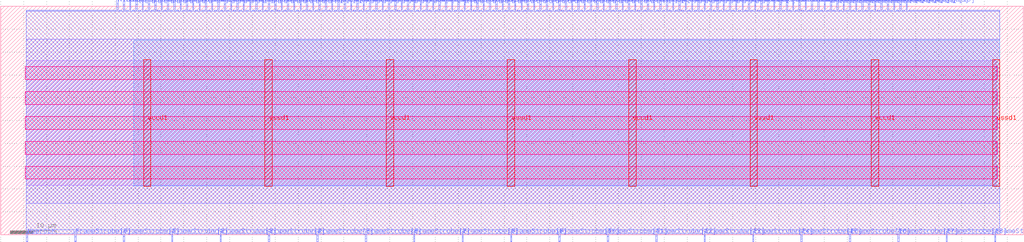
<source format=lef>
VERSION 5.7 ;
  NOWIREEXTENSIONATPIN ON ;
  DIVIDERCHAR "/" ;
  BUSBITCHARS "[]" ;
MACRO S_term_single
  CLASS BLOCK ;
  FOREIGN S_term_single ;
  ORIGIN 0.000 0.000 ;
  SIZE 223.500 BY 50.000 ;
  PIN Co
    DIRECTION OUTPUT TRISTATE ;
    USE SIGNAL ;
    PORT
      LAYER met2 ;
        RECT 170.290 49.200 170.570 51.500 ;
    END
  END Co
  PIN FrameStrobe[0]
    DIRECTION INPUT ;
    USE SIGNAL ;
    ANTENNAGATEAREA 0.126000 ;
    PORT
      LAYER met2 ;
        RECT 16.190 -1.500 16.470 0.800 ;
    END
  END FrameStrobe[0]
  PIN FrameStrobe[10]
    DIRECTION INPUT ;
    USE SIGNAL ;
    ANTENNAGATEAREA 0.196500 ;
    PORT
      LAYER met2 ;
        RECT 121.990 -1.500 122.270 0.800 ;
    END
  END FrameStrobe[10]
  PIN FrameStrobe[11]
    DIRECTION INPUT ;
    USE SIGNAL ;
    ANTENNAGATEAREA 0.196500 ;
    PORT
      LAYER met2 ;
        RECT 132.570 -1.500 132.850 0.800 ;
    END
  END FrameStrobe[11]
  PIN FrameStrobe[12]
    DIRECTION INPUT ;
    USE SIGNAL ;
    ANTENNAGATEAREA 0.196500 ;
    PORT
      LAYER met2 ;
        RECT 143.150 -1.500 143.430 0.800 ;
    END
  END FrameStrobe[12]
  PIN FrameStrobe[13]
    DIRECTION INPUT ;
    USE SIGNAL ;
    ANTENNAGATEAREA 0.196500 ;
    PORT
      LAYER met2 ;
        RECT 153.730 -1.500 154.010 0.800 ;
    END
  END FrameStrobe[13]
  PIN FrameStrobe[14]
    DIRECTION INPUT ;
    USE SIGNAL ;
    ANTENNAGATEAREA 0.196500 ;
    PORT
      LAYER met2 ;
        RECT 164.310 -1.500 164.590 0.800 ;
    END
  END FrameStrobe[14]
  PIN FrameStrobe[15]
    DIRECTION INPUT ;
    USE SIGNAL ;
    ANTENNAGATEAREA 0.196500 ;
    PORT
      LAYER met2 ;
        RECT 174.890 -1.500 175.170 0.800 ;
    END
  END FrameStrobe[15]
  PIN FrameStrobe[16]
    DIRECTION INPUT ;
    USE SIGNAL ;
    ANTENNAGATEAREA 0.196500 ;
    PORT
      LAYER met2 ;
        RECT 185.470 -1.500 185.750 0.800 ;
    END
  END FrameStrobe[16]
  PIN FrameStrobe[17]
    DIRECTION INPUT ;
    USE SIGNAL ;
    ANTENNAGATEAREA 0.196500 ;
    PORT
      LAYER met2 ;
        RECT 196.050 -1.500 196.330 0.800 ;
    END
  END FrameStrobe[17]
  PIN FrameStrobe[18]
    DIRECTION INPUT ;
    USE SIGNAL ;
    ANTENNAGATEAREA 0.196500 ;
    PORT
      LAYER met2 ;
        RECT 206.630 -1.500 206.910 0.800 ;
    END
  END FrameStrobe[18]
  PIN FrameStrobe[19]
    DIRECTION INPUT ;
    USE SIGNAL ;
    ANTENNAGATEAREA 0.196500 ;
    PORT
      LAYER met2 ;
        RECT 217.210 -1.500 217.490 0.800 ;
    END
  END FrameStrobe[19]
  PIN FrameStrobe[1]
    DIRECTION INPUT ;
    USE SIGNAL ;
    ANTENNAGATEAREA 0.196500 ;
    PORT
      LAYER met2 ;
        RECT 26.770 -1.500 27.050 0.800 ;
    END
  END FrameStrobe[1]
  PIN FrameStrobe[2]
    DIRECTION INPUT ;
    USE SIGNAL ;
    ANTENNAGATEAREA 0.196500 ;
    PORT
      LAYER met2 ;
        RECT 37.350 -1.500 37.630 0.800 ;
    END
  END FrameStrobe[2]
  PIN FrameStrobe[3]
    DIRECTION INPUT ;
    USE SIGNAL ;
    ANTENNAGATEAREA 0.196500 ;
    PORT
      LAYER met2 ;
        RECT 47.930 -1.500 48.210 0.800 ;
    END
  END FrameStrobe[3]
  PIN FrameStrobe[4]
    DIRECTION INPUT ;
    USE SIGNAL ;
    ANTENNAGATEAREA 0.196500 ;
    PORT
      LAYER met2 ;
        RECT 58.510 -1.500 58.790 0.800 ;
    END
  END FrameStrobe[4]
  PIN FrameStrobe[5]
    DIRECTION INPUT ;
    USE SIGNAL ;
    ANTENNAGATEAREA 0.196500 ;
    PORT
      LAYER met2 ;
        RECT 69.090 -1.500 69.370 0.800 ;
    END
  END FrameStrobe[5]
  PIN FrameStrobe[6]
    DIRECTION INPUT ;
    USE SIGNAL ;
    ANTENNAGATEAREA 0.196500 ;
    PORT
      LAYER met2 ;
        RECT 79.670 -1.500 79.950 0.800 ;
    END
  END FrameStrobe[6]
  PIN FrameStrobe[7]
    DIRECTION INPUT ;
    USE SIGNAL ;
    ANTENNAGATEAREA 0.196500 ;
    PORT
      LAYER met2 ;
        RECT 90.250 -1.500 90.530 0.800 ;
    END
  END FrameStrobe[7]
  PIN FrameStrobe[8]
    DIRECTION INPUT ;
    USE SIGNAL ;
    ANTENNAGATEAREA 0.196500 ;
    PORT
      LAYER met2 ;
        RECT 100.830 -1.500 101.110 0.800 ;
    END
  END FrameStrobe[8]
  PIN FrameStrobe[9]
    DIRECTION INPUT ;
    USE SIGNAL ;
    ANTENNAGATEAREA 0.196500 ;
    PORT
      LAYER met2 ;
        RECT 111.410 -1.500 111.690 0.800 ;
    END
  END FrameStrobe[9]
  PIN FrameStrobe_O[0]
    DIRECTION OUTPUT TRISTATE ;
    USE SIGNAL ;
    ANTENNADIFFAREA 0.795200 ;
    PORT
      LAYER met2 ;
        RECT 171.670 49.200 171.950 51.500 ;
    END
  END FrameStrobe_O[0]
  PIN FrameStrobe_O[10]
    DIRECTION OUTPUT TRISTATE ;
    USE SIGNAL ;
    ANTENNADIFFAREA 0.795200 ;
    PORT
      LAYER met2 ;
        RECT 185.470 49.200 185.750 51.500 ;
    END
  END FrameStrobe_O[10]
  PIN FrameStrobe_O[11]
    DIRECTION OUTPUT TRISTATE ;
    USE SIGNAL ;
    ANTENNADIFFAREA 0.795200 ;
    PORT
      LAYER met2 ;
        RECT 186.850 49.200 187.130 51.500 ;
    END
  END FrameStrobe_O[11]
  PIN FrameStrobe_O[12]
    DIRECTION OUTPUT TRISTATE ;
    USE SIGNAL ;
    ANTENNADIFFAREA 0.795200 ;
    PORT
      LAYER met2 ;
        RECT 188.230 49.200 188.510 51.500 ;
    END
  END FrameStrobe_O[12]
  PIN FrameStrobe_O[13]
    DIRECTION OUTPUT TRISTATE ;
    USE SIGNAL ;
    ANTENNADIFFAREA 0.795200 ;
    PORT
      LAYER met2 ;
        RECT 189.610 49.200 189.890 51.500 ;
    END
  END FrameStrobe_O[13]
  PIN FrameStrobe_O[14]
    DIRECTION OUTPUT TRISTATE ;
    USE SIGNAL ;
    ANTENNADIFFAREA 0.795200 ;
    PORT
      LAYER met2 ;
        RECT 190.990 49.200 191.270 51.500 ;
    END
  END FrameStrobe_O[14]
  PIN FrameStrobe_O[15]
    DIRECTION OUTPUT TRISTATE ;
    USE SIGNAL ;
    ANTENNADIFFAREA 0.795200 ;
    PORT
      LAYER met2 ;
        RECT 192.370 49.200 192.650 51.500 ;
    END
  END FrameStrobe_O[15]
  PIN FrameStrobe_O[16]
    DIRECTION OUTPUT TRISTATE ;
    USE SIGNAL ;
    ANTENNADIFFAREA 0.795200 ;
    PORT
      LAYER met2 ;
        RECT 193.750 49.200 194.030 51.500 ;
    END
  END FrameStrobe_O[16]
  PIN FrameStrobe_O[17]
    DIRECTION OUTPUT TRISTATE ;
    USE SIGNAL ;
    ANTENNADIFFAREA 0.795200 ;
    PORT
      LAYER met2 ;
        RECT 195.130 49.200 195.410 51.500 ;
    END
  END FrameStrobe_O[17]
  PIN FrameStrobe_O[18]
    DIRECTION OUTPUT TRISTATE ;
    USE SIGNAL ;
    ANTENNADIFFAREA 0.795200 ;
    PORT
      LAYER met2 ;
        RECT 196.510 49.200 196.790 51.500 ;
    END
  END FrameStrobe_O[18]
  PIN FrameStrobe_O[19]
    DIRECTION OUTPUT TRISTATE ;
    USE SIGNAL ;
    ANTENNADIFFAREA 0.795200 ;
    PORT
      LAYER met2 ;
        RECT 197.890 49.200 198.170 51.500 ;
    END
  END FrameStrobe_O[19]
  PIN FrameStrobe_O[1]
    DIRECTION OUTPUT TRISTATE ;
    USE SIGNAL ;
    ANTENNADIFFAREA 0.795200 ;
    PORT
      LAYER met2 ;
        RECT 173.050 49.200 173.330 51.500 ;
    END
  END FrameStrobe_O[1]
  PIN FrameStrobe_O[2]
    DIRECTION OUTPUT TRISTATE ;
    USE SIGNAL ;
    ANTENNADIFFAREA 0.795200 ;
    PORT
      LAYER met2 ;
        RECT 174.430 49.200 174.710 51.500 ;
    END
  END FrameStrobe_O[2]
  PIN FrameStrobe_O[3]
    DIRECTION OUTPUT TRISTATE ;
    USE SIGNAL ;
    ANTENNADIFFAREA 0.795200 ;
    PORT
      LAYER met2 ;
        RECT 175.810 49.200 176.090 51.500 ;
    END
  END FrameStrobe_O[3]
  PIN FrameStrobe_O[4]
    DIRECTION OUTPUT TRISTATE ;
    USE SIGNAL ;
    ANTENNADIFFAREA 0.795200 ;
    PORT
      LAYER met2 ;
        RECT 177.190 49.200 177.470 51.500 ;
    END
  END FrameStrobe_O[4]
  PIN FrameStrobe_O[5]
    DIRECTION OUTPUT TRISTATE ;
    USE SIGNAL ;
    ANTENNADIFFAREA 0.795200 ;
    PORT
      LAYER met2 ;
        RECT 178.570 49.200 178.850 51.500 ;
    END
  END FrameStrobe_O[5]
  PIN FrameStrobe_O[6]
    DIRECTION OUTPUT TRISTATE ;
    USE SIGNAL ;
    ANTENNADIFFAREA 0.795200 ;
    PORT
      LAYER met2 ;
        RECT 179.950 49.200 180.230 51.500 ;
    END
  END FrameStrobe_O[6]
  PIN FrameStrobe_O[7]
    DIRECTION OUTPUT TRISTATE ;
    USE SIGNAL ;
    ANTENNADIFFAREA 0.795200 ;
    PORT
      LAYER met2 ;
        RECT 181.330 49.200 181.610 51.500 ;
    END
  END FrameStrobe_O[7]
  PIN FrameStrobe_O[8]
    DIRECTION OUTPUT TRISTATE ;
    USE SIGNAL ;
    ANTENNADIFFAREA 0.795200 ;
    PORT
      LAYER met2 ;
        RECT 182.710 49.200 182.990 51.500 ;
    END
  END FrameStrobe_O[8]
  PIN FrameStrobe_O[9]
    DIRECTION OUTPUT TRISTATE ;
    USE SIGNAL ;
    ANTENNADIFFAREA 0.795200 ;
    PORT
      LAYER met2 ;
        RECT 184.090 49.200 184.370 51.500 ;
    END
  END FrameStrobe_O[9]
  PIN N1BEG[0]
    DIRECTION OUTPUT TRISTATE ;
    USE SIGNAL ;
    ANTENNADIFFAREA 0.795200 ;
    PORT
      LAYER met2 ;
        RECT 25.390 49.200 25.670 51.500 ;
    END
  END N1BEG[0]
  PIN N1BEG[1]
    DIRECTION OUTPUT TRISTATE ;
    USE SIGNAL ;
    ANTENNADIFFAREA 0.795200 ;
    PORT
      LAYER met2 ;
        RECT 26.770 49.200 27.050 51.500 ;
    END
  END N1BEG[1]
  PIN N1BEG[2]
    DIRECTION OUTPUT TRISTATE ;
    USE SIGNAL ;
    ANTENNADIFFAREA 0.795200 ;
    PORT
      LAYER met2 ;
        RECT 28.150 49.200 28.430 51.500 ;
    END
  END N1BEG[2]
  PIN N1BEG[3]
    DIRECTION OUTPUT TRISTATE ;
    USE SIGNAL ;
    ANTENNADIFFAREA 0.795200 ;
    PORT
      LAYER met2 ;
        RECT 29.530 49.200 29.810 51.500 ;
    END
  END N1BEG[3]
  PIN N2BEG[0]
    DIRECTION OUTPUT TRISTATE ;
    USE SIGNAL ;
    ANTENNADIFFAREA 0.795200 ;
    PORT
      LAYER met2 ;
        RECT 30.910 49.200 31.190 51.500 ;
    END
  END N2BEG[0]
  PIN N2BEG[1]
    DIRECTION OUTPUT TRISTATE ;
    USE SIGNAL ;
    ANTENNADIFFAREA 0.795200 ;
    PORT
      LAYER met2 ;
        RECT 32.290 49.200 32.570 51.500 ;
    END
  END N2BEG[1]
  PIN N2BEG[2]
    DIRECTION OUTPUT TRISTATE ;
    USE SIGNAL ;
    ANTENNADIFFAREA 0.795200 ;
    PORT
      LAYER met2 ;
        RECT 33.670 49.200 33.950 51.500 ;
    END
  END N2BEG[2]
  PIN N2BEG[3]
    DIRECTION OUTPUT TRISTATE ;
    USE SIGNAL ;
    ANTENNADIFFAREA 0.795200 ;
    PORT
      LAYER met2 ;
        RECT 35.050 49.200 35.330 51.500 ;
    END
  END N2BEG[3]
  PIN N2BEG[4]
    DIRECTION OUTPUT TRISTATE ;
    USE SIGNAL ;
    ANTENNADIFFAREA 0.795200 ;
    PORT
      LAYER met2 ;
        RECT 36.430 49.200 36.710 51.500 ;
    END
  END N2BEG[4]
  PIN N2BEG[5]
    DIRECTION OUTPUT TRISTATE ;
    USE SIGNAL ;
    ANTENNADIFFAREA 0.795200 ;
    PORT
      LAYER met2 ;
        RECT 37.810 49.200 38.090 51.500 ;
    END
  END N2BEG[5]
  PIN N2BEG[6]
    DIRECTION OUTPUT TRISTATE ;
    USE SIGNAL ;
    ANTENNADIFFAREA 0.795200 ;
    PORT
      LAYER met2 ;
        RECT 39.190 49.200 39.470 51.500 ;
    END
  END N2BEG[6]
  PIN N2BEG[7]
    DIRECTION OUTPUT TRISTATE ;
    USE SIGNAL ;
    ANTENNADIFFAREA 0.795200 ;
    PORT
      LAYER met2 ;
        RECT 40.570 49.200 40.850 51.500 ;
    END
  END N2BEG[7]
  PIN N2BEGb[0]
    DIRECTION OUTPUT TRISTATE ;
    USE SIGNAL ;
    ANTENNADIFFAREA 0.795200 ;
    PORT
      LAYER met2 ;
        RECT 41.950 49.200 42.230 51.500 ;
    END
  END N2BEGb[0]
  PIN N2BEGb[1]
    DIRECTION OUTPUT TRISTATE ;
    USE SIGNAL ;
    ANTENNADIFFAREA 0.795200 ;
    PORT
      LAYER met2 ;
        RECT 43.330 49.200 43.610 51.500 ;
    END
  END N2BEGb[1]
  PIN N2BEGb[2]
    DIRECTION OUTPUT TRISTATE ;
    USE SIGNAL ;
    ANTENNADIFFAREA 0.795200 ;
    PORT
      LAYER met2 ;
        RECT 44.710 49.200 44.990 51.500 ;
    END
  END N2BEGb[2]
  PIN N2BEGb[3]
    DIRECTION OUTPUT TRISTATE ;
    USE SIGNAL ;
    ANTENNADIFFAREA 0.795200 ;
    PORT
      LAYER met2 ;
        RECT 46.090 49.200 46.370 51.500 ;
    END
  END N2BEGb[3]
  PIN N2BEGb[4]
    DIRECTION OUTPUT TRISTATE ;
    USE SIGNAL ;
    ANTENNADIFFAREA 0.795200 ;
    PORT
      LAYER met2 ;
        RECT 47.470 49.200 47.750 51.500 ;
    END
  END N2BEGb[4]
  PIN N2BEGb[5]
    DIRECTION OUTPUT TRISTATE ;
    USE SIGNAL ;
    ANTENNADIFFAREA 0.795200 ;
    PORT
      LAYER met2 ;
        RECT 48.850 49.200 49.130 51.500 ;
    END
  END N2BEGb[5]
  PIN N2BEGb[6]
    DIRECTION OUTPUT TRISTATE ;
    USE SIGNAL ;
    ANTENNADIFFAREA 0.795200 ;
    PORT
      LAYER met2 ;
        RECT 50.230 49.200 50.510 51.500 ;
    END
  END N2BEGb[6]
  PIN N2BEGb[7]
    DIRECTION OUTPUT TRISTATE ;
    USE SIGNAL ;
    ANTENNADIFFAREA 0.795200 ;
    PORT
      LAYER met2 ;
        RECT 51.610 49.200 51.890 51.500 ;
    END
  END N2BEGb[7]
  PIN N4BEG[0]
    DIRECTION OUTPUT TRISTATE ;
    USE SIGNAL ;
    ANTENNADIFFAREA 0.795200 ;
    PORT
      LAYER met2 ;
        RECT 52.990 49.200 53.270 51.500 ;
    END
  END N4BEG[0]
  PIN N4BEG[10]
    DIRECTION OUTPUT TRISTATE ;
    USE SIGNAL ;
    ANTENNADIFFAREA 0.795200 ;
    PORT
      LAYER met2 ;
        RECT 66.790 49.200 67.070 51.500 ;
    END
  END N4BEG[10]
  PIN N4BEG[11]
    DIRECTION OUTPUT TRISTATE ;
    USE SIGNAL ;
    ANTENNADIFFAREA 0.795200 ;
    PORT
      LAYER met2 ;
        RECT 68.170 49.200 68.450 51.500 ;
    END
  END N4BEG[11]
  PIN N4BEG[12]
    DIRECTION OUTPUT TRISTATE ;
    USE SIGNAL ;
    ANTENNADIFFAREA 0.795200 ;
    PORT
      LAYER met2 ;
        RECT 69.550 49.200 69.830 51.500 ;
    END
  END N4BEG[12]
  PIN N4BEG[13]
    DIRECTION OUTPUT TRISTATE ;
    USE SIGNAL ;
    ANTENNADIFFAREA 0.795200 ;
    PORT
      LAYER met2 ;
        RECT 70.930 49.200 71.210 51.500 ;
    END
  END N4BEG[13]
  PIN N4BEG[14]
    DIRECTION OUTPUT TRISTATE ;
    USE SIGNAL ;
    ANTENNADIFFAREA 0.795200 ;
    PORT
      LAYER met2 ;
        RECT 72.310 49.200 72.590 51.500 ;
    END
  END N4BEG[14]
  PIN N4BEG[15]
    DIRECTION OUTPUT TRISTATE ;
    USE SIGNAL ;
    ANTENNADIFFAREA 0.795200 ;
    PORT
      LAYER met2 ;
        RECT 73.690 49.200 73.970 51.500 ;
    END
  END N4BEG[15]
  PIN N4BEG[1]
    DIRECTION OUTPUT TRISTATE ;
    USE SIGNAL ;
    ANTENNADIFFAREA 0.795200 ;
    PORT
      LAYER met2 ;
        RECT 54.370 49.200 54.650 51.500 ;
    END
  END N4BEG[1]
  PIN N4BEG[2]
    DIRECTION OUTPUT TRISTATE ;
    USE SIGNAL ;
    ANTENNADIFFAREA 0.795200 ;
    PORT
      LAYER met2 ;
        RECT 55.750 49.200 56.030 51.500 ;
    END
  END N4BEG[2]
  PIN N4BEG[3]
    DIRECTION OUTPUT TRISTATE ;
    USE SIGNAL ;
    ANTENNADIFFAREA 0.795200 ;
    PORT
      LAYER met2 ;
        RECT 57.130 49.200 57.410 51.500 ;
    END
  END N4BEG[3]
  PIN N4BEG[4]
    DIRECTION OUTPUT TRISTATE ;
    USE SIGNAL ;
    ANTENNADIFFAREA 0.795200 ;
    PORT
      LAYER met2 ;
        RECT 58.510 49.200 58.790 51.500 ;
    END
  END N4BEG[4]
  PIN N4BEG[5]
    DIRECTION OUTPUT TRISTATE ;
    USE SIGNAL ;
    ANTENNADIFFAREA 0.795200 ;
    PORT
      LAYER met2 ;
        RECT 59.890 49.200 60.170 51.500 ;
    END
  END N4BEG[5]
  PIN N4BEG[6]
    DIRECTION OUTPUT TRISTATE ;
    USE SIGNAL ;
    ANTENNADIFFAREA 0.795200 ;
    PORT
      LAYER met2 ;
        RECT 61.270 49.200 61.550 51.500 ;
    END
  END N4BEG[6]
  PIN N4BEG[7]
    DIRECTION OUTPUT TRISTATE ;
    USE SIGNAL ;
    ANTENNADIFFAREA 0.795200 ;
    PORT
      LAYER met2 ;
        RECT 62.650 49.200 62.930 51.500 ;
    END
  END N4BEG[7]
  PIN N4BEG[8]
    DIRECTION OUTPUT TRISTATE ;
    USE SIGNAL ;
    ANTENNADIFFAREA 0.795200 ;
    PORT
      LAYER met2 ;
        RECT 64.030 49.200 64.310 51.500 ;
    END
  END N4BEG[8]
  PIN N4BEG[9]
    DIRECTION OUTPUT TRISTATE ;
    USE SIGNAL ;
    ANTENNADIFFAREA 0.795200 ;
    PORT
      LAYER met2 ;
        RECT 65.410 49.200 65.690 51.500 ;
    END
  END N4BEG[9]
  PIN NN4BEG[0]
    DIRECTION OUTPUT TRISTATE ;
    USE SIGNAL ;
    ANTENNADIFFAREA 0.795200 ;
    PORT
      LAYER met2 ;
        RECT 75.070 49.200 75.350 51.500 ;
    END
  END NN4BEG[0]
  PIN NN4BEG[10]
    DIRECTION OUTPUT TRISTATE ;
    USE SIGNAL ;
    ANTENNADIFFAREA 0.795200 ;
    PORT
      LAYER met2 ;
        RECT 88.870 49.200 89.150 51.500 ;
    END
  END NN4BEG[10]
  PIN NN4BEG[11]
    DIRECTION OUTPUT TRISTATE ;
    USE SIGNAL ;
    ANTENNADIFFAREA 0.795200 ;
    PORT
      LAYER met2 ;
        RECT 90.250 49.200 90.530 51.500 ;
    END
  END NN4BEG[11]
  PIN NN4BEG[12]
    DIRECTION OUTPUT TRISTATE ;
    USE SIGNAL ;
    ANTENNADIFFAREA 0.795200 ;
    PORT
      LAYER met2 ;
        RECT 91.630 49.200 91.910 51.500 ;
    END
  END NN4BEG[12]
  PIN NN4BEG[13]
    DIRECTION OUTPUT TRISTATE ;
    USE SIGNAL ;
    ANTENNADIFFAREA 0.795200 ;
    PORT
      LAYER met2 ;
        RECT 93.010 49.200 93.290 51.500 ;
    END
  END NN4BEG[13]
  PIN NN4BEG[14]
    DIRECTION OUTPUT TRISTATE ;
    USE SIGNAL ;
    ANTENNADIFFAREA 0.795200 ;
    PORT
      LAYER met2 ;
        RECT 94.390 49.200 94.670 51.500 ;
    END
  END NN4BEG[14]
  PIN NN4BEG[15]
    DIRECTION OUTPUT TRISTATE ;
    USE SIGNAL ;
    ANTENNADIFFAREA 0.795200 ;
    PORT
      LAYER met2 ;
        RECT 95.770 49.200 96.050 51.500 ;
    END
  END NN4BEG[15]
  PIN NN4BEG[1]
    DIRECTION OUTPUT TRISTATE ;
    USE SIGNAL ;
    ANTENNADIFFAREA 0.795200 ;
    PORT
      LAYER met2 ;
        RECT 76.450 49.200 76.730 51.500 ;
    END
  END NN4BEG[1]
  PIN NN4BEG[2]
    DIRECTION OUTPUT TRISTATE ;
    USE SIGNAL ;
    ANTENNADIFFAREA 0.795200 ;
    PORT
      LAYER met2 ;
        RECT 77.830 49.200 78.110 51.500 ;
    END
  END NN4BEG[2]
  PIN NN4BEG[3]
    DIRECTION OUTPUT TRISTATE ;
    USE SIGNAL ;
    ANTENNADIFFAREA 0.795200 ;
    PORT
      LAYER met2 ;
        RECT 79.210 49.200 79.490 51.500 ;
    END
  END NN4BEG[3]
  PIN NN4BEG[4]
    DIRECTION OUTPUT TRISTATE ;
    USE SIGNAL ;
    ANTENNADIFFAREA 0.795200 ;
    PORT
      LAYER met2 ;
        RECT 80.590 49.200 80.870 51.500 ;
    END
  END NN4BEG[4]
  PIN NN4BEG[5]
    DIRECTION OUTPUT TRISTATE ;
    USE SIGNAL ;
    ANTENNADIFFAREA 0.795200 ;
    PORT
      LAYER met2 ;
        RECT 81.970 49.200 82.250 51.500 ;
    END
  END NN4BEG[5]
  PIN NN4BEG[6]
    DIRECTION OUTPUT TRISTATE ;
    USE SIGNAL ;
    ANTENNADIFFAREA 0.795200 ;
    PORT
      LAYER met2 ;
        RECT 83.350 49.200 83.630 51.500 ;
    END
  END NN4BEG[6]
  PIN NN4BEG[7]
    DIRECTION OUTPUT TRISTATE ;
    USE SIGNAL ;
    ANTENNADIFFAREA 0.795200 ;
    PORT
      LAYER met2 ;
        RECT 84.730 49.200 85.010 51.500 ;
    END
  END NN4BEG[7]
  PIN NN4BEG[8]
    DIRECTION OUTPUT TRISTATE ;
    USE SIGNAL ;
    ANTENNADIFFAREA 0.795200 ;
    PORT
      LAYER met2 ;
        RECT 86.110 49.200 86.390 51.500 ;
    END
  END NN4BEG[8]
  PIN NN4BEG[9]
    DIRECTION OUTPUT TRISTATE ;
    USE SIGNAL ;
    ANTENNADIFFAREA 0.795200 ;
    PORT
      LAYER met2 ;
        RECT 87.490 49.200 87.770 51.500 ;
    END
  END NN4BEG[9]
  PIN S1END[0]
    DIRECTION INPUT ;
    USE SIGNAL ;
    ANTENNAGATEAREA 0.196500 ;
    PORT
      LAYER met2 ;
        RECT 97.150 49.200 97.430 51.500 ;
    END
  END S1END[0]
  PIN S1END[1]
    DIRECTION INPUT ;
    USE SIGNAL ;
    ANTENNAGATEAREA 0.196500 ;
    PORT
      LAYER met2 ;
        RECT 98.530 49.200 98.810 51.500 ;
    END
  END S1END[1]
  PIN S1END[2]
    DIRECTION INPUT ;
    USE SIGNAL ;
    ANTENNAGATEAREA 0.196500 ;
    PORT
      LAYER met2 ;
        RECT 99.910 49.200 100.190 51.500 ;
    END
  END S1END[2]
  PIN S1END[3]
    DIRECTION INPUT ;
    USE SIGNAL ;
    ANTENNAGATEAREA 0.196500 ;
    PORT
      LAYER met2 ;
        RECT 101.290 49.200 101.570 51.500 ;
    END
  END S1END[3]
  PIN S2END[0]
    DIRECTION INPUT ;
    USE SIGNAL ;
    ANTENNAGATEAREA 0.196500 ;
    PORT
      LAYER met2 ;
        RECT 102.670 49.200 102.950 51.500 ;
    END
  END S2END[0]
  PIN S2END[1]
    DIRECTION INPUT ;
    USE SIGNAL ;
    ANTENNAGATEAREA 0.196500 ;
    PORT
      LAYER met2 ;
        RECT 104.050 49.200 104.330 51.500 ;
    END
  END S2END[1]
  PIN S2END[2]
    DIRECTION INPUT ;
    USE SIGNAL ;
    ANTENNAGATEAREA 0.196500 ;
    PORT
      LAYER met2 ;
        RECT 105.430 49.200 105.710 51.500 ;
    END
  END S2END[2]
  PIN S2END[3]
    DIRECTION INPUT ;
    USE SIGNAL ;
    ANTENNAGATEAREA 0.196500 ;
    PORT
      LAYER met2 ;
        RECT 106.810 49.200 107.090 51.500 ;
    END
  END S2END[3]
  PIN S2END[4]
    DIRECTION INPUT ;
    USE SIGNAL ;
    ANTENNAGATEAREA 0.196500 ;
    PORT
      LAYER met2 ;
        RECT 108.190 49.200 108.470 51.500 ;
    END
  END S2END[4]
  PIN S2END[5]
    DIRECTION INPUT ;
    USE SIGNAL ;
    ANTENNAGATEAREA 0.196500 ;
    PORT
      LAYER met2 ;
        RECT 109.570 49.200 109.850 51.500 ;
    END
  END S2END[5]
  PIN S2END[6]
    DIRECTION INPUT ;
    USE SIGNAL ;
    ANTENNAGATEAREA 0.196500 ;
    PORT
      LAYER met2 ;
        RECT 110.950 49.200 111.230 51.500 ;
    END
  END S2END[6]
  PIN S2END[7]
    DIRECTION INPUT ;
    USE SIGNAL ;
    ANTENNAGATEAREA 0.196500 ;
    PORT
      LAYER met2 ;
        RECT 112.330 49.200 112.610 51.500 ;
    END
  END S2END[7]
  PIN S2MID[0]
    DIRECTION INPUT ;
    USE SIGNAL ;
    ANTENNAGATEAREA 0.196500 ;
    PORT
      LAYER met2 ;
        RECT 113.710 49.200 113.990 51.500 ;
    END
  END S2MID[0]
  PIN S2MID[1]
    DIRECTION INPUT ;
    USE SIGNAL ;
    ANTENNAGATEAREA 0.196500 ;
    PORT
      LAYER met2 ;
        RECT 115.090 49.200 115.370 51.500 ;
    END
  END S2MID[1]
  PIN S2MID[2]
    DIRECTION INPUT ;
    USE SIGNAL ;
    ANTENNAGATEAREA 0.196500 ;
    PORT
      LAYER met2 ;
        RECT 116.470 49.200 116.750 51.500 ;
    END
  END S2MID[2]
  PIN S2MID[3]
    DIRECTION INPUT ;
    USE SIGNAL ;
    ANTENNAGATEAREA 0.196500 ;
    PORT
      LAYER met2 ;
        RECT 117.850 49.200 118.130 51.500 ;
    END
  END S2MID[3]
  PIN S2MID[4]
    DIRECTION INPUT ;
    USE SIGNAL ;
    ANTENNAGATEAREA 0.196500 ;
    PORT
      LAYER met2 ;
        RECT 119.230 49.200 119.510 51.500 ;
    END
  END S2MID[4]
  PIN S2MID[5]
    DIRECTION INPUT ;
    USE SIGNAL ;
    ANTENNAGATEAREA 0.196500 ;
    PORT
      LAYER met2 ;
        RECT 120.610 49.200 120.890 51.500 ;
    END
  END S2MID[5]
  PIN S2MID[6]
    DIRECTION INPUT ;
    USE SIGNAL ;
    ANTENNAGATEAREA 0.196500 ;
    PORT
      LAYER met2 ;
        RECT 121.990 49.200 122.270 51.500 ;
    END
  END S2MID[6]
  PIN S2MID[7]
    DIRECTION INPUT ;
    USE SIGNAL ;
    ANTENNAGATEAREA 0.196500 ;
    PORT
      LAYER met2 ;
        RECT 123.370 49.200 123.650 51.500 ;
    END
  END S2MID[7]
  PIN S4END[0]
    DIRECTION INPUT ;
    USE SIGNAL ;
    ANTENNAGATEAREA 0.196500 ;
    PORT
      LAYER met2 ;
        RECT 124.750 49.200 125.030 51.500 ;
    END
  END S4END[0]
  PIN S4END[10]
    DIRECTION INPUT ;
    USE SIGNAL ;
    ANTENNAGATEAREA 0.196500 ;
    PORT
      LAYER met2 ;
        RECT 138.550 49.200 138.830 51.500 ;
    END
  END S4END[10]
  PIN S4END[11]
    DIRECTION INPUT ;
    USE SIGNAL ;
    ANTENNAGATEAREA 0.196500 ;
    PORT
      LAYER met2 ;
        RECT 139.930 49.200 140.210 51.500 ;
    END
  END S4END[11]
  PIN S4END[12]
    DIRECTION INPUT ;
    USE SIGNAL ;
    ANTENNAGATEAREA 0.196500 ;
    PORT
      LAYER met2 ;
        RECT 141.310 49.200 141.590 51.500 ;
    END
  END S4END[12]
  PIN S4END[13]
    DIRECTION INPUT ;
    USE SIGNAL ;
    ANTENNAGATEAREA 0.196500 ;
    PORT
      LAYER met2 ;
        RECT 142.690 49.200 142.970 51.500 ;
    END
  END S4END[13]
  PIN S4END[14]
    DIRECTION INPUT ;
    USE SIGNAL ;
    ANTENNAGATEAREA 0.196500 ;
    PORT
      LAYER met2 ;
        RECT 144.070 49.200 144.350 51.500 ;
    END
  END S4END[14]
  PIN S4END[15]
    DIRECTION INPUT ;
    USE SIGNAL ;
    ANTENNAGATEAREA 0.196500 ;
    PORT
      LAYER met2 ;
        RECT 145.450 49.200 145.730 51.500 ;
    END
  END S4END[15]
  PIN S4END[1]
    DIRECTION INPUT ;
    USE SIGNAL ;
    ANTENNAGATEAREA 0.196500 ;
    PORT
      LAYER met2 ;
        RECT 126.130 49.200 126.410 51.500 ;
    END
  END S4END[1]
  PIN S4END[2]
    DIRECTION INPUT ;
    USE SIGNAL ;
    ANTENNAGATEAREA 0.196500 ;
    PORT
      LAYER met2 ;
        RECT 127.510 49.200 127.790 51.500 ;
    END
  END S4END[2]
  PIN S4END[3]
    DIRECTION INPUT ;
    USE SIGNAL ;
    ANTENNAGATEAREA 0.196500 ;
    PORT
      LAYER met2 ;
        RECT 128.890 49.200 129.170 51.500 ;
    END
  END S4END[3]
  PIN S4END[4]
    DIRECTION INPUT ;
    USE SIGNAL ;
    ANTENNAGATEAREA 0.196500 ;
    PORT
      LAYER met2 ;
        RECT 130.270 49.200 130.550 51.500 ;
    END
  END S4END[4]
  PIN S4END[5]
    DIRECTION INPUT ;
    USE SIGNAL ;
    ANTENNAGATEAREA 0.196500 ;
    PORT
      LAYER met2 ;
        RECT 131.650 49.200 131.930 51.500 ;
    END
  END S4END[5]
  PIN S4END[6]
    DIRECTION INPUT ;
    USE SIGNAL ;
    ANTENNAGATEAREA 0.196500 ;
    PORT
      LAYER met2 ;
        RECT 133.030 49.200 133.310 51.500 ;
    END
  END S4END[6]
  PIN S4END[7]
    DIRECTION INPUT ;
    USE SIGNAL ;
    ANTENNAGATEAREA 0.196500 ;
    PORT
      LAYER met2 ;
        RECT 134.410 49.200 134.690 51.500 ;
    END
  END S4END[7]
  PIN S4END[8]
    DIRECTION INPUT ;
    USE SIGNAL ;
    ANTENNAGATEAREA 0.196500 ;
    PORT
      LAYER met2 ;
        RECT 135.790 49.200 136.070 51.500 ;
    END
  END S4END[8]
  PIN S4END[9]
    DIRECTION INPUT ;
    USE SIGNAL ;
    ANTENNAGATEAREA 0.196500 ;
    PORT
      LAYER met2 ;
        RECT 137.170 49.200 137.450 51.500 ;
    END
  END S4END[9]
  PIN SS4END[0]
    DIRECTION INPUT ;
    USE SIGNAL ;
    ANTENNAGATEAREA 0.196500 ;
    PORT
      LAYER met2 ;
        RECT 146.830 49.200 147.110 51.500 ;
    END
  END SS4END[0]
  PIN SS4END[10]
    DIRECTION INPUT ;
    USE SIGNAL ;
    ANTENNAGATEAREA 0.196500 ;
    PORT
      LAYER met2 ;
        RECT 160.630 49.200 160.910 51.500 ;
    END
  END SS4END[10]
  PIN SS4END[11]
    DIRECTION INPUT ;
    USE SIGNAL ;
    ANTENNAGATEAREA 0.196500 ;
    PORT
      LAYER met2 ;
        RECT 162.010 49.200 162.290 51.500 ;
    END
  END SS4END[11]
  PIN SS4END[12]
    DIRECTION INPUT ;
    USE SIGNAL ;
    ANTENNAGATEAREA 0.196500 ;
    PORT
      LAYER met2 ;
        RECT 163.390 49.200 163.670 51.500 ;
    END
  END SS4END[12]
  PIN SS4END[13]
    DIRECTION INPUT ;
    USE SIGNAL ;
    ANTENNAGATEAREA 0.196500 ;
    PORT
      LAYER met2 ;
        RECT 164.770 49.200 165.050 51.500 ;
    END
  END SS4END[13]
  PIN SS4END[14]
    DIRECTION INPUT ;
    USE SIGNAL ;
    ANTENNAGATEAREA 0.196500 ;
    PORT
      LAYER met2 ;
        RECT 166.150 49.200 166.430 51.500 ;
    END
  END SS4END[14]
  PIN SS4END[15]
    DIRECTION INPUT ;
    USE SIGNAL ;
    ANTENNAGATEAREA 0.196500 ;
    PORT
      LAYER met2 ;
        RECT 167.530 49.200 167.810 51.500 ;
    END
  END SS4END[15]
  PIN SS4END[1]
    DIRECTION INPUT ;
    USE SIGNAL ;
    ANTENNAGATEAREA 0.196500 ;
    PORT
      LAYER met2 ;
        RECT 148.210 49.200 148.490 51.500 ;
    END
  END SS4END[1]
  PIN SS4END[2]
    DIRECTION INPUT ;
    USE SIGNAL ;
    ANTENNAGATEAREA 0.196500 ;
    PORT
      LAYER met2 ;
        RECT 149.590 49.200 149.870 51.500 ;
    END
  END SS4END[2]
  PIN SS4END[3]
    DIRECTION INPUT ;
    USE SIGNAL ;
    ANTENNAGATEAREA 0.196500 ;
    PORT
      LAYER met2 ;
        RECT 150.970 49.200 151.250 51.500 ;
    END
  END SS4END[3]
  PIN SS4END[4]
    DIRECTION INPUT ;
    USE SIGNAL ;
    ANTENNAGATEAREA 0.196500 ;
    PORT
      LAYER met2 ;
        RECT 152.350 49.200 152.630 51.500 ;
    END
  END SS4END[4]
  PIN SS4END[5]
    DIRECTION INPUT ;
    USE SIGNAL ;
    ANTENNAGATEAREA 0.196500 ;
    PORT
      LAYER met2 ;
        RECT 153.730 49.200 154.010 51.500 ;
    END
  END SS4END[5]
  PIN SS4END[6]
    DIRECTION INPUT ;
    USE SIGNAL ;
    ANTENNAGATEAREA 0.196500 ;
    PORT
      LAYER met2 ;
        RECT 155.110 49.200 155.390 51.500 ;
    END
  END SS4END[6]
  PIN SS4END[7]
    DIRECTION INPUT ;
    USE SIGNAL ;
    ANTENNAGATEAREA 0.196500 ;
    PORT
      LAYER met2 ;
        RECT 156.490 49.200 156.770 51.500 ;
    END
  END SS4END[7]
  PIN SS4END[8]
    DIRECTION INPUT ;
    USE SIGNAL ;
    ANTENNAGATEAREA 0.196500 ;
    PORT
      LAYER met2 ;
        RECT 157.870 49.200 158.150 51.500 ;
    END
  END SS4END[8]
  PIN SS4END[9]
    DIRECTION INPUT ;
    USE SIGNAL ;
    ANTENNAGATEAREA 0.196500 ;
    PORT
      LAYER met2 ;
        RECT 159.250 49.200 159.530 51.500 ;
    END
  END SS4END[9]
  PIN UserCLK
    DIRECTION INPUT ;
    USE SIGNAL ;
    ANTENNAGATEAREA 0.126000 ;
    PORT
      LAYER met2 ;
        RECT 5.610 -1.500 5.890 0.800 ;
    END
  END UserCLK
  PIN UserCLKo
    DIRECTION OUTPUT TRISTATE ;
    USE SIGNAL ;
    ANTENNADIFFAREA 0.795200 ;
    PORT
      LAYER met2 ;
        RECT 168.910 49.200 169.190 51.500 ;
    END
  END UserCLKo
  PIN vccd1
    DIRECTION INOUT ;
    USE POWER ;
    PORT
      LAYER met4 ;
        RECT 31.225 10.640 32.825 38.320 ;
    END
    PORT
      LAYER met4 ;
        RECT 84.240 10.640 85.840 38.320 ;
    END
    PORT
      LAYER met4 ;
        RECT 137.255 10.640 138.855 38.320 ;
    END
    PORT
      LAYER met4 ;
        RECT 190.270 10.640 191.870 38.320 ;
    END
  END vccd1
  PIN vssd1
    DIRECTION INOUT ;
    USE GROUND ;
    PORT
      LAYER met4 ;
        RECT 57.730 10.640 59.330 38.320 ;
    END
    PORT
      LAYER met4 ;
        RECT 110.745 10.640 112.345 38.320 ;
    END
    PORT
      LAYER met4 ;
        RECT 163.760 10.640 165.360 38.320 ;
    END
    PORT
      LAYER met4 ;
        RECT 216.775 10.640 218.375 38.320 ;
    END
  END vssd1
  OBS
      LAYER nwell ;
        RECT 5.330 33.945 217.770 36.775 ;
        RECT 5.330 28.505 217.770 31.335 ;
        RECT 5.330 23.065 217.770 25.895 ;
        RECT 5.330 17.625 217.770 20.455 ;
        RECT 5.330 12.185 217.770 15.015 ;
      LAYER li1 ;
        RECT 5.520 10.795 217.580 38.165 ;
      LAYER met1 ;
        RECT 5.520 6.840 218.375 42.800 ;
      LAYER met2 ;
        RECT 5.620 48.920 25.110 49.200 ;
        RECT 25.950 48.920 26.490 49.200 ;
        RECT 27.330 48.920 27.870 49.200 ;
        RECT 28.710 48.920 29.250 49.200 ;
        RECT 30.090 48.920 30.630 49.200 ;
        RECT 31.470 48.920 32.010 49.200 ;
        RECT 32.850 48.920 33.390 49.200 ;
        RECT 34.230 48.920 34.770 49.200 ;
        RECT 35.610 48.920 36.150 49.200 ;
        RECT 36.990 48.920 37.530 49.200 ;
        RECT 38.370 48.920 38.910 49.200 ;
        RECT 39.750 48.920 40.290 49.200 ;
        RECT 41.130 48.920 41.670 49.200 ;
        RECT 42.510 48.920 43.050 49.200 ;
        RECT 43.890 48.920 44.430 49.200 ;
        RECT 45.270 48.920 45.810 49.200 ;
        RECT 46.650 48.920 47.190 49.200 ;
        RECT 48.030 48.920 48.570 49.200 ;
        RECT 49.410 48.920 49.950 49.200 ;
        RECT 50.790 48.920 51.330 49.200 ;
        RECT 52.170 48.920 52.710 49.200 ;
        RECT 53.550 48.920 54.090 49.200 ;
        RECT 54.930 48.920 55.470 49.200 ;
        RECT 56.310 48.920 56.850 49.200 ;
        RECT 57.690 48.920 58.230 49.200 ;
        RECT 59.070 48.920 59.610 49.200 ;
        RECT 60.450 48.920 60.990 49.200 ;
        RECT 61.830 48.920 62.370 49.200 ;
        RECT 63.210 48.920 63.750 49.200 ;
        RECT 64.590 48.920 65.130 49.200 ;
        RECT 65.970 48.920 66.510 49.200 ;
        RECT 67.350 48.920 67.890 49.200 ;
        RECT 68.730 48.920 69.270 49.200 ;
        RECT 70.110 48.920 70.650 49.200 ;
        RECT 71.490 48.920 72.030 49.200 ;
        RECT 72.870 48.920 73.410 49.200 ;
        RECT 74.250 48.920 74.790 49.200 ;
        RECT 75.630 48.920 76.170 49.200 ;
        RECT 77.010 48.920 77.550 49.200 ;
        RECT 78.390 48.920 78.930 49.200 ;
        RECT 79.770 48.920 80.310 49.200 ;
        RECT 81.150 48.920 81.690 49.200 ;
        RECT 82.530 48.920 83.070 49.200 ;
        RECT 83.910 48.920 84.450 49.200 ;
        RECT 85.290 48.920 85.830 49.200 ;
        RECT 86.670 48.920 87.210 49.200 ;
        RECT 88.050 48.920 88.590 49.200 ;
        RECT 89.430 48.920 89.970 49.200 ;
        RECT 90.810 48.920 91.350 49.200 ;
        RECT 92.190 48.920 92.730 49.200 ;
        RECT 93.570 48.920 94.110 49.200 ;
        RECT 94.950 48.920 95.490 49.200 ;
        RECT 96.330 48.920 96.870 49.200 ;
        RECT 97.710 48.920 98.250 49.200 ;
        RECT 99.090 48.920 99.630 49.200 ;
        RECT 100.470 48.920 101.010 49.200 ;
        RECT 101.850 48.920 102.390 49.200 ;
        RECT 103.230 48.920 103.770 49.200 ;
        RECT 104.610 48.920 105.150 49.200 ;
        RECT 105.990 48.920 106.530 49.200 ;
        RECT 107.370 48.920 107.910 49.200 ;
        RECT 108.750 48.920 109.290 49.200 ;
        RECT 110.130 48.920 110.670 49.200 ;
        RECT 111.510 48.920 112.050 49.200 ;
        RECT 112.890 48.920 113.430 49.200 ;
        RECT 114.270 48.920 114.810 49.200 ;
        RECT 115.650 48.920 116.190 49.200 ;
        RECT 117.030 48.920 117.570 49.200 ;
        RECT 118.410 48.920 118.950 49.200 ;
        RECT 119.790 48.920 120.330 49.200 ;
        RECT 121.170 48.920 121.710 49.200 ;
        RECT 122.550 48.920 123.090 49.200 ;
        RECT 123.930 48.920 124.470 49.200 ;
        RECT 125.310 48.920 125.850 49.200 ;
        RECT 126.690 48.920 127.230 49.200 ;
        RECT 128.070 48.920 128.610 49.200 ;
        RECT 129.450 48.920 129.990 49.200 ;
        RECT 130.830 48.920 131.370 49.200 ;
        RECT 132.210 48.920 132.750 49.200 ;
        RECT 133.590 48.920 134.130 49.200 ;
        RECT 134.970 48.920 135.510 49.200 ;
        RECT 136.350 48.920 136.890 49.200 ;
        RECT 137.730 48.920 138.270 49.200 ;
        RECT 139.110 48.920 139.650 49.200 ;
        RECT 140.490 48.920 141.030 49.200 ;
        RECT 141.870 48.920 142.410 49.200 ;
        RECT 143.250 48.920 143.790 49.200 ;
        RECT 144.630 48.920 145.170 49.200 ;
        RECT 146.010 48.920 146.550 49.200 ;
        RECT 147.390 48.920 147.930 49.200 ;
        RECT 148.770 48.920 149.310 49.200 ;
        RECT 150.150 48.920 150.690 49.200 ;
        RECT 151.530 48.920 152.070 49.200 ;
        RECT 152.910 48.920 153.450 49.200 ;
        RECT 154.290 48.920 154.830 49.200 ;
        RECT 155.670 48.920 156.210 49.200 ;
        RECT 157.050 48.920 157.590 49.200 ;
        RECT 158.430 48.920 158.970 49.200 ;
        RECT 159.810 48.920 160.350 49.200 ;
        RECT 161.190 48.920 161.730 49.200 ;
        RECT 162.570 48.920 163.110 49.200 ;
        RECT 163.950 48.920 164.490 49.200 ;
        RECT 165.330 48.920 165.870 49.200 ;
        RECT 166.710 48.920 167.250 49.200 ;
        RECT 168.090 48.920 168.630 49.200 ;
        RECT 169.470 48.920 170.010 49.200 ;
        RECT 170.850 48.920 171.390 49.200 ;
        RECT 172.230 48.920 172.770 49.200 ;
        RECT 173.610 48.920 174.150 49.200 ;
        RECT 174.990 48.920 175.530 49.200 ;
        RECT 176.370 48.920 176.910 49.200 ;
        RECT 177.750 48.920 178.290 49.200 ;
        RECT 179.130 48.920 179.670 49.200 ;
        RECT 180.510 48.920 181.050 49.200 ;
        RECT 181.890 48.920 182.430 49.200 ;
        RECT 183.270 48.920 183.810 49.200 ;
        RECT 184.650 48.920 185.190 49.200 ;
        RECT 186.030 48.920 186.570 49.200 ;
        RECT 187.410 48.920 187.950 49.200 ;
        RECT 188.790 48.920 189.330 49.200 ;
        RECT 190.170 48.920 190.710 49.200 ;
        RECT 191.550 48.920 192.090 49.200 ;
        RECT 192.930 48.920 193.470 49.200 ;
        RECT 194.310 48.920 194.850 49.200 ;
        RECT 195.690 48.920 196.230 49.200 ;
        RECT 197.070 48.920 197.610 49.200 ;
        RECT 198.450 48.920 218.345 49.200 ;
        RECT 5.620 1.080 218.345 48.920 ;
        RECT 6.170 0.270 15.910 1.080 ;
        RECT 16.750 0.270 26.490 1.080 ;
        RECT 27.330 0.270 37.070 1.080 ;
        RECT 37.910 0.270 47.650 1.080 ;
        RECT 48.490 0.270 58.230 1.080 ;
        RECT 59.070 0.270 68.810 1.080 ;
        RECT 69.650 0.270 79.390 1.080 ;
        RECT 80.230 0.270 89.970 1.080 ;
        RECT 90.810 0.270 100.550 1.080 ;
        RECT 101.390 0.270 111.130 1.080 ;
        RECT 111.970 0.270 121.710 1.080 ;
        RECT 122.550 0.270 132.290 1.080 ;
        RECT 133.130 0.270 142.870 1.080 ;
        RECT 143.710 0.270 153.450 1.080 ;
        RECT 154.290 0.270 164.030 1.080 ;
        RECT 164.870 0.270 174.610 1.080 ;
        RECT 175.450 0.270 185.190 1.080 ;
        RECT 186.030 0.270 195.770 1.080 ;
        RECT 196.610 0.270 206.350 1.080 ;
        RECT 207.190 0.270 216.930 1.080 ;
        RECT 217.770 0.270 218.345 1.080 ;
      LAYER met3 ;
        RECT 29.045 10.715 218.365 42.665 ;
  END
END S_term_single
END LIBRARY


</source>
